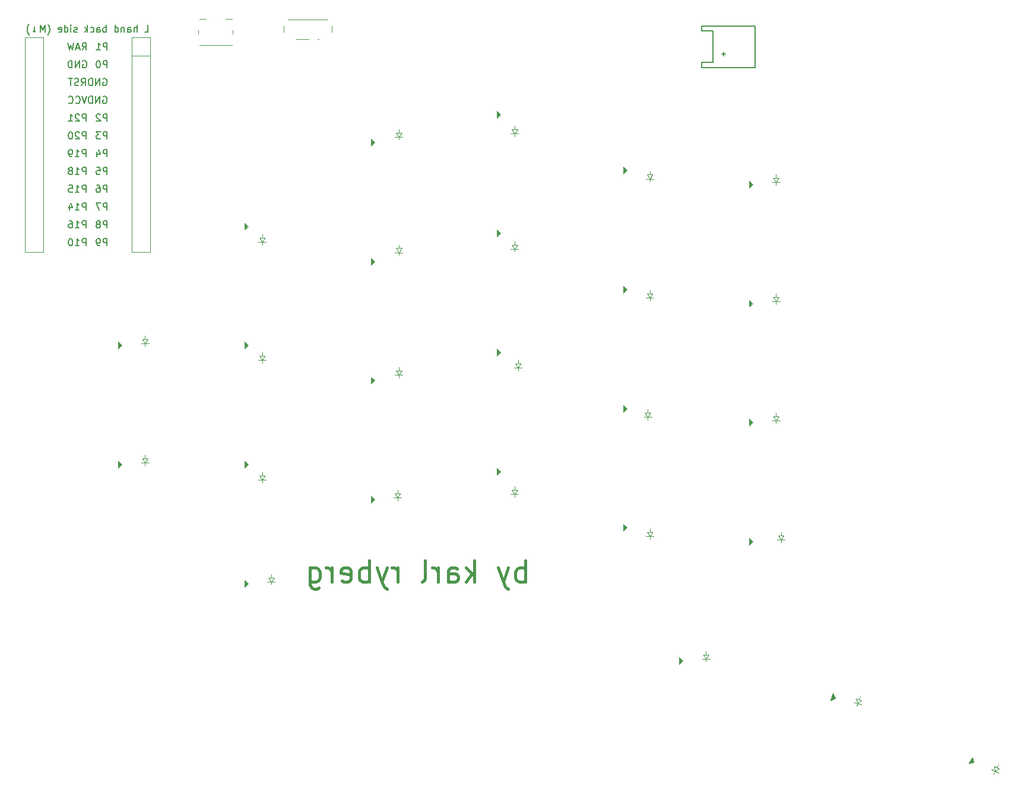
<source format=gbr>
%TF.GenerationSoftware,KiCad,Pcbnew,9.0.6*%
%TF.CreationDate,2025-11-21T16:08:54+01:00*%
%TF.ProjectId,main_pcb,6d61696e-5f70-4636-922e-6b696361645f,v1.0.0*%
%TF.SameCoordinates,Original*%
%TF.FileFunction,Legend,Bot*%
%TF.FilePolarity,Positive*%
%FSLAX46Y46*%
G04 Gerber Fmt 4.6, Leading zero omitted, Abs format (unit mm)*
G04 Created by KiCad (PCBNEW 9.0.6) date 2025-11-21 16:08:54*
%MOMM*%
%LPD*%
G01*
G04 APERTURE LIST*
%ADD10C,0.400000*%
%ADD11C,0.150000*%
%ADD12C,0.120000*%
%ADD13C,0.100000*%
G04 APERTURE END LIST*
D10*
X144022557Y-153867057D02*
X144022557Y-150867057D01*
X144022557Y-152009914D02*
X143736843Y-151867057D01*
X143736843Y-151867057D02*
X143165414Y-151867057D01*
X143165414Y-151867057D02*
X142879700Y-152009914D01*
X142879700Y-152009914D02*
X142736843Y-152152771D01*
X142736843Y-152152771D02*
X142593985Y-152438485D01*
X142593985Y-152438485D02*
X142593985Y-153295628D01*
X142593985Y-153295628D02*
X142736843Y-153581342D01*
X142736843Y-153581342D02*
X142879700Y-153724200D01*
X142879700Y-153724200D02*
X143165414Y-153867057D01*
X143165414Y-153867057D02*
X143736843Y-153867057D01*
X143736843Y-153867057D02*
X144022557Y-153724200D01*
X141593985Y-151867057D02*
X140879699Y-153867057D01*
X140165414Y-151867057D02*
X140879699Y-153867057D01*
X140879699Y-153867057D02*
X141165414Y-154581342D01*
X141165414Y-154581342D02*
X141308271Y-154724200D01*
X141308271Y-154724200D02*
X141593985Y-154867057D01*
X136736843Y-153867057D02*
X136736843Y-150867057D01*
X136451129Y-152724200D02*
X135593986Y-153867057D01*
X135593986Y-151867057D02*
X136736843Y-153009914D01*
X133022558Y-153867057D02*
X133022558Y-152295628D01*
X133022558Y-152295628D02*
X133165415Y-152009914D01*
X133165415Y-152009914D02*
X133451129Y-151867057D01*
X133451129Y-151867057D02*
X134022558Y-151867057D01*
X134022558Y-151867057D02*
X134308272Y-152009914D01*
X133022558Y-153724200D02*
X133308272Y-153867057D01*
X133308272Y-153867057D02*
X134022558Y-153867057D01*
X134022558Y-153867057D02*
X134308272Y-153724200D01*
X134308272Y-153724200D02*
X134451129Y-153438485D01*
X134451129Y-153438485D02*
X134451129Y-153152771D01*
X134451129Y-153152771D02*
X134308272Y-152867057D01*
X134308272Y-152867057D02*
X134022558Y-152724200D01*
X134022558Y-152724200D02*
X133308272Y-152724200D01*
X133308272Y-152724200D02*
X133022558Y-152581342D01*
X131593986Y-153867057D02*
X131593986Y-151867057D01*
X131593986Y-152438485D02*
X131451129Y-152152771D01*
X131451129Y-152152771D02*
X131308272Y-152009914D01*
X131308272Y-152009914D02*
X131022557Y-151867057D01*
X131022557Y-151867057D02*
X130736843Y-151867057D01*
X129308271Y-153867057D02*
X129593986Y-153724200D01*
X129593986Y-153724200D02*
X129736843Y-153438485D01*
X129736843Y-153438485D02*
X129736843Y-150867057D01*
X125879700Y-153867057D02*
X125879700Y-151867057D01*
X125879700Y-152438485D02*
X125736843Y-152152771D01*
X125736843Y-152152771D02*
X125593986Y-152009914D01*
X125593986Y-152009914D02*
X125308271Y-151867057D01*
X125308271Y-151867057D02*
X125022557Y-151867057D01*
X124308271Y-151867057D02*
X123593985Y-153867057D01*
X122879700Y-151867057D02*
X123593985Y-153867057D01*
X123593985Y-153867057D02*
X123879700Y-154581342D01*
X123879700Y-154581342D02*
X124022557Y-154724200D01*
X124022557Y-154724200D02*
X124308271Y-154867057D01*
X121736843Y-153867057D02*
X121736843Y-150867057D01*
X121736843Y-152009914D02*
X121451129Y-151867057D01*
X121451129Y-151867057D02*
X120879700Y-151867057D01*
X120879700Y-151867057D02*
X120593986Y-152009914D01*
X120593986Y-152009914D02*
X120451129Y-152152771D01*
X120451129Y-152152771D02*
X120308271Y-152438485D01*
X120308271Y-152438485D02*
X120308271Y-153295628D01*
X120308271Y-153295628D02*
X120451129Y-153581342D01*
X120451129Y-153581342D02*
X120593986Y-153724200D01*
X120593986Y-153724200D02*
X120879700Y-153867057D01*
X120879700Y-153867057D02*
X121451129Y-153867057D01*
X121451129Y-153867057D02*
X121736843Y-153724200D01*
X117879700Y-153724200D02*
X118165414Y-153867057D01*
X118165414Y-153867057D02*
X118736843Y-153867057D01*
X118736843Y-153867057D02*
X119022557Y-153724200D01*
X119022557Y-153724200D02*
X119165414Y-153438485D01*
X119165414Y-153438485D02*
X119165414Y-152295628D01*
X119165414Y-152295628D02*
X119022557Y-152009914D01*
X119022557Y-152009914D02*
X118736843Y-151867057D01*
X118736843Y-151867057D02*
X118165414Y-151867057D01*
X118165414Y-151867057D02*
X117879700Y-152009914D01*
X117879700Y-152009914D02*
X117736843Y-152295628D01*
X117736843Y-152295628D02*
X117736843Y-152581342D01*
X117736843Y-152581342D02*
X119165414Y-152867057D01*
X116451128Y-153867057D02*
X116451128Y-151867057D01*
X116451128Y-152438485D02*
X116308271Y-152152771D01*
X116308271Y-152152771D02*
X116165414Y-152009914D01*
X116165414Y-152009914D02*
X115879699Y-151867057D01*
X115879699Y-151867057D02*
X115593985Y-151867057D01*
X113308271Y-151867057D02*
X113308271Y-154295628D01*
X113308271Y-154295628D02*
X113451128Y-154581342D01*
X113451128Y-154581342D02*
X113593985Y-154724200D01*
X113593985Y-154724200D02*
X113879699Y-154867057D01*
X113879699Y-154867057D02*
X114308271Y-154867057D01*
X114308271Y-154867057D02*
X114593985Y-154724200D01*
X113308271Y-153724200D02*
X113593985Y-153867057D01*
X113593985Y-153867057D02*
X114165413Y-153867057D01*
X114165413Y-153867057D02*
X114451128Y-153724200D01*
X114451128Y-153724200D02*
X114593985Y-153581342D01*
X114593985Y-153581342D02*
X114736842Y-153295628D01*
X114736842Y-153295628D02*
X114736842Y-152438485D01*
X114736842Y-152438485D02*
X114593985Y-152152771D01*
X114593985Y-152152771D02*
X114451128Y-152009914D01*
X114451128Y-152009914D02*
X114165413Y-151867057D01*
X114165413Y-151867057D02*
X113593985Y-151867057D01*
X113593985Y-151867057D02*
X113308271Y-152009914D01*
D11*
X81364285Y-90654819D02*
X81364285Y-89654819D01*
X81364285Y-89654819D02*
X80983333Y-89654819D01*
X80983333Y-89654819D02*
X80888095Y-89702438D01*
X80888095Y-89702438D02*
X80840476Y-89750057D01*
X80840476Y-89750057D02*
X80792857Y-89845295D01*
X80792857Y-89845295D02*
X80792857Y-89988152D01*
X80792857Y-89988152D02*
X80840476Y-90083390D01*
X80840476Y-90083390D02*
X80888095Y-90131009D01*
X80888095Y-90131009D02*
X80983333Y-90178628D01*
X80983333Y-90178628D02*
X81364285Y-90178628D01*
X80411904Y-89750057D02*
X80364285Y-89702438D01*
X80364285Y-89702438D02*
X80269047Y-89654819D01*
X80269047Y-89654819D02*
X80030952Y-89654819D01*
X80030952Y-89654819D02*
X79935714Y-89702438D01*
X79935714Y-89702438D02*
X79888095Y-89750057D01*
X79888095Y-89750057D02*
X79840476Y-89845295D01*
X79840476Y-89845295D02*
X79840476Y-89940533D01*
X79840476Y-89940533D02*
X79888095Y-90083390D01*
X79888095Y-90083390D02*
X80459523Y-90654819D01*
X80459523Y-90654819D02*
X79840476Y-90654819D01*
X79221428Y-89654819D02*
X79126190Y-89654819D01*
X79126190Y-89654819D02*
X79030952Y-89702438D01*
X79030952Y-89702438D02*
X78983333Y-89750057D01*
X78983333Y-89750057D02*
X78935714Y-89845295D01*
X78935714Y-89845295D02*
X78888095Y-90035771D01*
X78888095Y-90035771D02*
X78888095Y-90273866D01*
X78888095Y-90273866D02*
X78935714Y-90464342D01*
X78935714Y-90464342D02*
X78983333Y-90559580D01*
X78983333Y-90559580D02*
X79030952Y-90607200D01*
X79030952Y-90607200D02*
X79126190Y-90654819D01*
X79126190Y-90654819D02*
X79221428Y-90654819D01*
X79221428Y-90654819D02*
X79316666Y-90607200D01*
X79316666Y-90607200D02*
X79364285Y-90559580D01*
X79364285Y-90559580D02*
X79411904Y-90464342D01*
X79411904Y-90464342D02*
X79459523Y-90273866D01*
X79459523Y-90273866D02*
X79459523Y-90035771D01*
X79459523Y-90035771D02*
X79411904Y-89845295D01*
X79411904Y-89845295D02*
X79364285Y-89750057D01*
X79364285Y-89750057D02*
X79316666Y-89702438D01*
X79316666Y-89702438D02*
X79221428Y-89654819D01*
X80911904Y-79542438D02*
X81007142Y-79494819D01*
X81007142Y-79494819D02*
X81149999Y-79494819D01*
X81149999Y-79494819D02*
X81292856Y-79542438D01*
X81292856Y-79542438D02*
X81388094Y-79637676D01*
X81388094Y-79637676D02*
X81435713Y-79732914D01*
X81435713Y-79732914D02*
X81483332Y-79923390D01*
X81483332Y-79923390D02*
X81483332Y-80066247D01*
X81483332Y-80066247D02*
X81435713Y-80256723D01*
X81435713Y-80256723D02*
X81388094Y-80351961D01*
X81388094Y-80351961D02*
X81292856Y-80447200D01*
X81292856Y-80447200D02*
X81149999Y-80494819D01*
X81149999Y-80494819D02*
X81054761Y-80494819D01*
X81054761Y-80494819D02*
X80911904Y-80447200D01*
X80911904Y-80447200D02*
X80864285Y-80399580D01*
X80864285Y-80399580D02*
X80864285Y-80066247D01*
X80864285Y-80066247D02*
X81054761Y-80066247D01*
X80435713Y-80494819D02*
X80435713Y-79494819D01*
X80435713Y-79494819D02*
X79864285Y-80494819D01*
X79864285Y-80494819D02*
X79864285Y-79494819D01*
X79388094Y-80494819D02*
X79388094Y-79494819D01*
X79388094Y-79494819D02*
X79149999Y-79494819D01*
X79149999Y-79494819D02*
X79007142Y-79542438D01*
X79007142Y-79542438D02*
X78911904Y-79637676D01*
X78911904Y-79637676D02*
X78864285Y-79732914D01*
X78864285Y-79732914D02*
X78816666Y-79923390D01*
X78816666Y-79923390D02*
X78816666Y-80066247D01*
X78816666Y-80066247D02*
X78864285Y-80256723D01*
X78864285Y-80256723D02*
X78911904Y-80351961D01*
X78911904Y-80351961D02*
X79007142Y-80447200D01*
X79007142Y-80447200D02*
X79149999Y-80494819D01*
X79149999Y-80494819D02*
X79388094Y-80494819D01*
X84378094Y-100814819D02*
X84378094Y-99814819D01*
X84378094Y-99814819D02*
X83997142Y-99814819D01*
X83997142Y-99814819D02*
X83901904Y-99862438D01*
X83901904Y-99862438D02*
X83854285Y-99910057D01*
X83854285Y-99910057D02*
X83806666Y-100005295D01*
X83806666Y-100005295D02*
X83806666Y-100148152D01*
X83806666Y-100148152D02*
X83854285Y-100243390D01*
X83854285Y-100243390D02*
X83901904Y-100291009D01*
X83901904Y-100291009D02*
X83997142Y-100338628D01*
X83997142Y-100338628D02*
X84378094Y-100338628D01*
X83473332Y-99814819D02*
X82806666Y-99814819D01*
X82806666Y-99814819D02*
X83235237Y-100814819D01*
X84378094Y-105894819D02*
X84378094Y-104894819D01*
X84378094Y-104894819D02*
X83997142Y-104894819D01*
X83997142Y-104894819D02*
X83901904Y-104942438D01*
X83901904Y-104942438D02*
X83854285Y-104990057D01*
X83854285Y-104990057D02*
X83806666Y-105085295D01*
X83806666Y-105085295D02*
X83806666Y-105228152D01*
X83806666Y-105228152D02*
X83854285Y-105323390D01*
X83854285Y-105323390D02*
X83901904Y-105371009D01*
X83901904Y-105371009D02*
X83997142Y-105418628D01*
X83997142Y-105418628D02*
X84378094Y-105418628D01*
X83330475Y-105894819D02*
X83139999Y-105894819D01*
X83139999Y-105894819D02*
X83044761Y-105847200D01*
X83044761Y-105847200D02*
X82997142Y-105799580D01*
X82997142Y-105799580D02*
X82901904Y-105656723D01*
X82901904Y-105656723D02*
X82854285Y-105466247D01*
X82854285Y-105466247D02*
X82854285Y-105085295D01*
X82854285Y-105085295D02*
X82901904Y-104990057D01*
X82901904Y-104990057D02*
X82949523Y-104942438D01*
X82949523Y-104942438D02*
X83044761Y-104894819D01*
X83044761Y-104894819D02*
X83235237Y-104894819D01*
X83235237Y-104894819D02*
X83330475Y-104942438D01*
X83330475Y-104942438D02*
X83378094Y-104990057D01*
X83378094Y-104990057D02*
X83425713Y-105085295D01*
X83425713Y-105085295D02*
X83425713Y-105323390D01*
X83425713Y-105323390D02*
X83378094Y-105418628D01*
X83378094Y-105418628D02*
X83330475Y-105466247D01*
X83330475Y-105466247D02*
X83235237Y-105513866D01*
X83235237Y-105513866D02*
X83044761Y-105513866D01*
X83044761Y-105513866D02*
X82949523Y-105466247D01*
X82949523Y-105466247D02*
X82901904Y-105418628D01*
X82901904Y-105418628D02*
X82854285Y-105323390D01*
X81364285Y-88114819D02*
X81364285Y-87114819D01*
X81364285Y-87114819D02*
X80983333Y-87114819D01*
X80983333Y-87114819D02*
X80888095Y-87162438D01*
X80888095Y-87162438D02*
X80840476Y-87210057D01*
X80840476Y-87210057D02*
X80792857Y-87305295D01*
X80792857Y-87305295D02*
X80792857Y-87448152D01*
X80792857Y-87448152D02*
X80840476Y-87543390D01*
X80840476Y-87543390D02*
X80888095Y-87591009D01*
X80888095Y-87591009D02*
X80983333Y-87638628D01*
X80983333Y-87638628D02*
X81364285Y-87638628D01*
X80411904Y-87210057D02*
X80364285Y-87162438D01*
X80364285Y-87162438D02*
X80269047Y-87114819D01*
X80269047Y-87114819D02*
X80030952Y-87114819D01*
X80030952Y-87114819D02*
X79935714Y-87162438D01*
X79935714Y-87162438D02*
X79888095Y-87210057D01*
X79888095Y-87210057D02*
X79840476Y-87305295D01*
X79840476Y-87305295D02*
X79840476Y-87400533D01*
X79840476Y-87400533D02*
X79888095Y-87543390D01*
X79888095Y-87543390D02*
X80459523Y-88114819D01*
X80459523Y-88114819D02*
X79840476Y-88114819D01*
X78888095Y-88114819D02*
X79459523Y-88114819D01*
X79173809Y-88114819D02*
X79173809Y-87114819D01*
X79173809Y-87114819D02*
X79269047Y-87257676D01*
X79269047Y-87257676D02*
X79364285Y-87352914D01*
X79364285Y-87352914D02*
X79459523Y-87400533D01*
X81364285Y-95734819D02*
X81364285Y-94734819D01*
X81364285Y-94734819D02*
X80983333Y-94734819D01*
X80983333Y-94734819D02*
X80888095Y-94782438D01*
X80888095Y-94782438D02*
X80840476Y-94830057D01*
X80840476Y-94830057D02*
X80792857Y-94925295D01*
X80792857Y-94925295D02*
X80792857Y-95068152D01*
X80792857Y-95068152D02*
X80840476Y-95163390D01*
X80840476Y-95163390D02*
X80888095Y-95211009D01*
X80888095Y-95211009D02*
X80983333Y-95258628D01*
X80983333Y-95258628D02*
X81364285Y-95258628D01*
X79840476Y-95734819D02*
X80411904Y-95734819D01*
X80126190Y-95734819D02*
X80126190Y-94734819D01*
X80126190Y-94734819D02*
X80221428Y-94877676D01*
X80221428Y-94877676D02*
X80316666Y-94972914D01*
X80316666Y-94972914D02*
X80411904Y-95020533D01*
X79269047Y-95163390D02*
X79364285Y-95115771D01*
X79364285Y-95115771D02*
X79411904Y-95068152D01*
X79411904Y-95068152D02*
X79459523Y-94972914D01*
X79459523Y-94972914D02*
X79459523Y-94925295D01*
X79459523Y-94925295D02*
X79411904Y-94830057D01*
X79411904Y-94830057D02*
X79364285Y-94782438D01*
X79364285Y-94782438D02*
X79269047Y-94734819D01*
X79269047Y-94734819D02*
X79078571Y-94734819D01*
X79078571Y-94734819D02*
X78983333Y-94782438D01*
X78983333Y-94782438D02*
X78935714Y-94830057D01*
X78935714Y-94830057D02*
X78888095Y-94925295D01*
X78888095Y-94925295D02*
X78888095Y-94972914D01*
X78888095Y-94972914D02*
X78935714Y-95068152D01*
X78935714Y-95068152D02*
X78983333Y-95115771D01*
X78983333Y-95115771D02*
X79078571Y-95163390D01*
X79078571Y-95163390D02*
X79269047Y-95163390D01*
X79269047Y-95163390D02*
X79364285Y-95211009D01*
X79364285Y-95211009D02*
X79411904Y-95258628D01*
X79411904Y-95258628D02*
X79459523Y-95353866D01*
X79459523Y-95353866D02*
X79459523Y-95544342D01*
X79459523Y-95544342D02*
X79411904Y-95639580D01*
X79411904Y-95639580D02*
X79364285Y-95687200D01*
X79364285Y-95687200D02*
X79269047Y-95734819D01*
X79269047Y-95734819D02*
X79078571Y-95734819D01*
X79078571Y-95734819D02*
X78983333Y-95687200D01*
X78983333Y-95687200D02*
X78935714Y-95639580D01*
X78935714Y-95639580D02*
X78888095Y-95544342D01*
X78888095Y-95544342D02*
X78888095Y-95353866D01*
X78888095Y-95353866D02*
X78935714Y-95258628D01*
X78935714Y-95258628D02*
X78983333Y-95211009D01*
X78983333Y-95211009D02*
X79078571Y-95163390D01*
X83811904Y-84622438D02*
X83907142Y-84574819D01*
X83907142Y-84574819D02*
X84049999Y-84574819D01*
X84049999Y-84574819D02*
X84192856Y-84622438D01*
X84192856Y-84622438D02*
X84288094Y-84717676D01*
X84288094Y-84717676D02*
X84335713Y-84812914D01*
X84335713Y-84812914D02*
X84383332Y-85003390D01*
X84383332Y-85003390D02*
X84383332Y-85146247D01*
X84383332Y-85146247D02*
X84335713Y-85336723D01*
X84335713Y-85336723D02*
X84288094Y-85431961D01*
X84288094Y-85431961D02*
X84192856Y-85527200D01*
X84192856Y-85527200D02*
X84049999Y-85574819D01*
X84049999Y-85574819D02*
X83954761Y-85574819D01*
X83954761Y-85574819D02*
X83811904Y-85527200D01*
X83811904Y-85527200D02*
X83764285Y-85479580D01*
X83764285Y-85479580D02*
X83764285Y-85146247D01*
X83764285Y-85146247D02*
X83954761Y-85146247D01*
X83335713Y-85574819D02*
X83335713Y-84574819D01*
X83335713Y-84574819D02*
X82764285Y-85574819D01*
X82764285Y-85574819D02*
X82764285Y-84574819D01*
X82288094Y-85574819D02*
X82288094Y-84574819D01*
X82288094Y-84574819D02*
X82049999Y-84574819D01*
X82049999Y-84574819D02*
X81907142Y-84622438D01*
X81907142Y-84622438D02*
X81811904Y-84717676D01*
X81811904Y-84717676D02*
X81764285Y-84812914D01*
X81764285Y-84812914D02*
X81716666Y-85003390D01*
X81716666Y-85003390D02*
X81716666Y-85146247D01*
X81716666Y-85146247D02*
X81764285Y-85336723D01*
X81764285Y-85336723D02*
X81811904Y-85431961D01*
X81811904Y-85431961D02*
X81907142Y-85527200D01*
X81907142Y-85527200D02*
X82049999Y-85574819D01*
X82049999Y-85574819D02*
X82288094Y-85574819D01*
X81364285Y-98274819D02*
X81364285Y-97274819D01*
X81364285Y-97274819D02*
X80983333Y-97274819D01*
X80983333Y-97274819D02*
X80888095Y-97322438D01*
X80888095Y-97322438D02*
X80840476Y-97370057D01*
X80840476Y-97370057D02*
X80792857Y-97465295D01*
X80792857Y-97465295D02*
X80792857Y-97608152D01*
X80792857Y-97608152D02*
X80840476Y-97703390D01*
X80840476Y-97703390D02*
X80888095Y-97751009D01*
X80888095Y-97751009D02*
X80983333Y-97798628D01*
X80983333Y-97798628D02*
X81364285Y-97798628D01*
X79840476Y-98274819D02*
X80411904Y-98274819D01*
X80126190Y-98274819D02*
X80126190Y-97274819D01*
X80126190Y-97274819D02*
X80221428Y-97417676D01*
X80221428Y-97417676D02*
X80316666Y-97512914D01*
X80316666Y-97512914D02*
X80411904Y-97560533D01*
X78935714Y-97274819D02*
X79411904Y-97274819D01*
X79411904Y-97274819D02*
X79459523Y-97751009D01*
X79459523Y-97751009D02*
X79411904Y-97703390D01*
X79411904Y-97703390D02*
X79316666Y-97655771D01*
X79316666Y-97655771D02*
X79078571Y-97655771D01*
X79078571Y-97655771D02*
X78983333Y-97703390D01*
X78983333Y-97703390D02*
X78935714Y-97751009D01*
X78935714Y-97751009D02*
X78888095Y-97846247D01*
X78888095Y-97846247D02*
X78888095Y-98084342D01*
X78888095Y-98084342D02*
X78935714Y-98179580D01*
X78935714Y-98179580D02*
X78983333Y-98227200D01*
X78983333Y-98227200D02*
X79078571Y-98274819D01*
X79078571Y-98274819D02*
X79316666Y-98274819D01*
X79316666Y-98274819D02*
X79411904Y-98227200D01*
X79411904Y-98227200D02*
X79459523Y-98179580D01*
X89742858Y-75409819D02*
X90219048Y-75409819D01*
X90219048Y-75409819D02*
X90219048Y-74409819D01*
X88647619Y-75409819D02*
X88647619Y-74409819D01*
X88219048Y-75409819D02*
X88219048Y-74886009D01*
X88219048Y-74886009D02*
X88266667Y-74790771D01*
X88266667Y-74790771D02*
X88361905Y-74743152D01*
X88361905Y-74743152D02*
X88504762Y-74743152D01*
X88504762Y-74743152D02*
X88600000Y-74790771D01*
X88600000Y-74790771D02*
X88647619Y-74838390D01*
X87314286Y-75409819D02*
X87314286Y-74886009D01*
X87314286Y-74886009D02*
X87361905Y-74790771D01*
X87361905Y-74790771D02*
X87457143Y-74743152D01*
X87457143Y-74743152D02*
X87647619Y-74743152D01*
X87647619Y-74743152D02*
X87742857Y-74790771D01*
X87314286Y-75362200D02*
X87409524Y-75409819D01*
X87409524Y-75409819D02*
X87647619Y-75409819D01*
X87647619Y-75409819D02*
X87742857Y-75362200D01*
X87742857Y-75362200D02*
X87790476Y-75266961D01*
X87790476Y-75266961D02*
X87790476Y-75171723D01*
X87790476Y-75171723D02*
X87742857Y-75076485D01*
X87742857Y-75076485D02*
X87647619Y-75028866D01*
X87647619Y-75028866D02*
X87409524Y-75028866D01*
X87409524Y-75028866D02*
X87314286Y-74981247D01*
X86838095Y-74743152D02*
X86838095Y-75409819D01*
X86838095Y-74838390D02*
X86790476Y-74790771D01*
X86790476Y-74790771D02*
X86695238Y-74743152D01*
X86695238Y-74743152D02*
X86552381Y-74743152D01*
X86552381Y-74743152D02*
X86457143Y-74790771D01*
X86457143Y-74790771D02*
X86409524Y-74886009D01*
X86409524Y-74886009D02*
X86409524Y-75409819D01*
X85504762Y-75409819D02*
X85504762Y-74409819D01*
X85504762Y-75362200D02*
X85600000Y-75409819D01*
X85600000Y-75409819D02*
X85790476Y-75409819D01*
X85790476Y-75409819D02*
X85885714Y-75362200D01*
X85885714Y-75362200D02*
X85933333Y-75314580D01*
X85933333Y-75314580D02*
X85980952Y-75219342D01*
X85980952Y-75219342D02*
X85980952Y-74933628D01*
X85980952Y-74933628D02*
X85933333Y-74838390D01*
X85933333Y-74838390D02*
X85885714Y-74790771D01*
X85885714Y-74790771D02*
X85790476Y-74743152D01*
X85790476Y-74743152D02*
X85600000Y-74743152D01*
X85600000Y-74743152D02*
X85504762Y-74790771D01*
X84266666Y-75409819D02*
X84266666Y-74409819D01*
X84266666Y-74790771D02*
X84171428Y-74743152D01*
X84171428Y-74743152D02*
X83980952Y-74743152D01*
X83980952Y-74743152D02*
X83885714Y-74790771D01*
X83885714Y-74790771D02*
X83838095Y-74838390D01*
X83838095Y-74838390D02*
X83790476Y-74933628D01*
X83790476Y-74933628D02*
X83790476Y-75219342D01*
X83790476Y-75219342D02*
X83838095Y-75314580D01*
X83838095Y-75314580D02*
X83885714Y-75362200D01*
X83885714Y-75362200D02*
X83980952Y-75409819D01*
X83980952Y-75409819D02*
X84171428Y-75409819D01*
X84171428Y-75409819D02*
X84266666Y-75362200D01*
X82933333Y-75409819D02*
X82933333Y-74886009D01*
X82933333Y-74886009D02*
X82980952Y-74790771D01*
X82980952Y-74790771D02*
X83076190Y-74743152D01*
X83076190Y-74743152D02*
X83266666Y-74743152D01*
X83266666Y-74743152D02*
X83361904Y-74790771D01*
X82933333Y-75362200D02*
X83028571Y-75409819D01*
X83028571Y-75409819D02*
X83266666Y-75409819D01*
X83266666Y-75409819D02*
X83361904Y-75362200D01*
X83361904Y-75362200D02*
X83409523Y-75266961D01*
X83409523Y-75266961D02*
X83409523Y-75171723D01*
X83409523Y-75171723D02*
X83361904Y-75076485D01*
X83361904Y-75076485D02*
X83266666Y-75028866D01*
X83266666Y-75028866D02*
X83028571Y-75028866D01*
X83028571Y-75028866D02*
X82933333Y-74981247D01*
X82028571Y-75362200D02*
X82123809Y-75409819D01*
X82123809Y-75409819D02*
X82314285Y-75409819D01*
X82314285Y-75409819D02*
X82409523Y-75362200D01*
X82409523Y-75362200D02*
X82457142Y-75314580D01*
X82457142Y-75314580D02*
X82504761Y-75219342D01*
X82504761Y-75219342D02*
X82504761Y-74933628D01*
X82504761Y-74933628D02*
X82457142Y-74838390D01*
X82457142Y-74838390D02*
X82409523Y-74790771D01*
X82409523Y-74790771D02*
X82314285Y-74743152D01*
X82314285Y-74743152D02*
X82123809Y-74743152D01*
X82123809Y-74743152D02*
X82028571Y-74790771D01*
X81599999Y-75409819D02*
X81599999Y-74409819D01*
X81504761Y-75028866D02*
X81219047Y-75409819D01*
X81219047Y-74743152D02*
X81599999Y-75124104D01*
X80076189Y-75362200D02*
X79980951Y-75409819D01*
X79980951Y-75409819D02*
X79790475Y-75409819D01*
X79790475Y-75409819D02*
X79695237Y-75362200D01*
X79695237Y-75362200D02*
X79647618Y-75266961D01*
X79647618Y-75266961D02*
X79647618Y-75219342D01*
X79647618Y-75219342D02*
X79695237Y-75124104D01*
X79695237Y-75124104D02*
X79790475Y-75076485D01*
X79790475Y-75076485D02*
X79933332Y-75076485D01*
X79933332Y-75076485D02*
X80028570Y-75028866D01*
X80028570Y-75028866D02*
X80076189Y-74933628D01*
X80076189Y-74933628D02*
X80076189Y-74886009D01*
X80076189Y-74886009D02*
X80028570Y-74790771D01*
X80028570Y-74790771D02*
X79933332Y-74743152D01*
X79933332Y-74743152D02*
X79790475Y-74743152D01*
X79790475Y-74743152D02*
X79695237Y-74790771D01*
X79219046Y-75409819D02*
X79219046Y-74743152D01*
X79219046Y-74409819D02*
X79266665Y-74457438D01*
X79266665Y-74457438D02*
X79219046Y-74505057D01*
X79219046Y-74505057D02*
X79171427Y-74457438D01*
X79171427Y-74457438D02*
X79219046Y-74409819D01*
X79219046Y-74409819D02*
X79219046Y-74505057D01*
X78314285Y-75409819D02*
X78314285Y-74409819D01*
X78314285Y-75362200D02*
X78409523Y-75409819D01*
X78409523Y-75409819D02*
X78599999Y-75409819D01*
X78599999Y-75409819D02*
X78695237Y-75362200D01*
X78695237Y-75362200D02*
X78742856Y-75314580D01*
X78742856Y-75314580D02*
X78790475Y-75219342D01*
X78790475Y-75219342D02*
X78790475Y-74933628D01*
X78790475Y-74933628D02*
X78742856Y-74838390D01*
X78742856Y-74838390D02*
X78695237Y-74790771D01*
X78695237Y-74790771D02*
X78599999Y-74743152D01*
X78599999Y-74743152D02*
X78409523Y-74743152D01*
X78409523Y-74743152D02*
X78314285Y-74790771D01*
X77457142Y-75362200D02*
X77552380Y-75409819D01*
X77552380Y-75409819D02*
X77742856Y-75409819D01*
X77742856Y-75409819D02*
X77838094Y-75362200D01*
X77838094Y-75362200D02*
X77885713Y-75266961D01*
X77885713Y-75266961D02*
X77885713Y-74886009D01*
X77885713Y-74886009D02*
X77838094Y-74790771D01*
X77838094Y-74790771D02*
X77742856Y-74743152D01*
X77742856Y-74743152D02*
X77552380Y-74743152D01*
X77552380Y-74743152D02*
X77457142Y-74790771D01*
X77457142Y-74790771D02*
X77409523Y-74886009D01*
X77409523Y-74886009D02*
X77409523Y-74981247D01*
X77409523Y-74981247D02*
X77885713Y-75076485D01*
X75933332Y-75790771D02*
X75980951Y-75743152D01*
X75980951Y-75743152D02*
X76076189Y-75600295D01*
X76076189Y-75600295D02*
X76123808Y-75505057D01*
X76123808Y-75505057D02*
X76171427Y-75362200D01*
X76171427Y-75362200D02*
X76219046Y-75124104D01*
X76219046Y-75124104D02*
X76219046Y-74933628D01*
X76219046Y-74933628D02*
X76171427Y-74695533D01*
X76171427Y-74695533D02*
X76123808Y-74552676D01*
X76123808Y-74552676D02*
X76076189Y-74457438D01*
X76076189Y-74457438D02*
X75980951Y-74314580D01*
X75980951Y-74314580D02*
X75933332Y-74266961D01*
X75552379Y-75409819D02*
X75552379Y-74409819D01*
X75552379Y-74409819D02*
X75219046Y-75124104D01*
X75219046Y-75124104D02*
X74885713Y-74409819D01*
X74885713Y-74409819D02*
X74885713Y-75409819D01*
X74028570Y-74647914D02*
X74028570Y-75409819D01*
X73838094Y-75219342D02*
X74028570Y-75409819D01*
X74028570Y-75409819D02*
X74219046Y-75219342D01*
X73266665Y-75790771D02*
X73219046Y-75743152D01*
X73219046Y-75743152D02*
X73123808Y-75600295D01*
X73123808Y-75600295D02*
X73076189Y-75505057D01*
X73076189Y-75505057D02*
X73028570Y-75362200D01*
X73028570Y-75362200D02*
X72980951Y-75124104D01*
X72980951Y-75124104D02*
X72980951Y-74933628D01*
X72980951Y-74933628D02*
X73028570Y-74695533D01*
X73028570Y-74695533D02*
X73076189Y-74552676D01*
X73076189Y-74552676D02*
X73123808Y-74457438D01*
X73123808Y-74457438D02*
X73219046Y-74314580D01*
X73219046Y-74314580D02*
X73266665Y-74266961D01*
X84378094Y-93194819D02*
X84378094Y-92194819D01*
X84378094Y-92194819D02*
X83997142Y-92194819D01*
X83997142Y-92194819D02*
X83901904Y-92242438D01*
X83901904Y-92242438D02*
X83854285Y-92290057D01*
X83854285Y-92290057D02*
X83806666Y-92385295D01*
X83806666Y-92385295D02*
X83806666Y-92528152D01*
X83806666Y-92528152D02*
X83854285Y-92623390D01*
X83854285Y-92623390D02*
X83901904Y-92671009D01*
X83901904Y-92671009D02*
X83997142Y-92718628D01*
X83997142Y-92718628D02*
X84378094Y-92718628D01*
X82949523Y-92528152D02*
X82949523Y-93194819D01*
X83187618Y-92147200D02*
X83425713Y-92861485D01*
X83425713Y-92861485D02*
X82806666Y-92861485D01*
X81364285Y-105894819D02*
X81364285Y-104894819D01*
X81364285Y-104894819D02*
X80983333Y-104894819D01*
X80983333Y-104894819D02*
X80888095Y-104942438D01*
X80888095Y-104942438D02*
X80840476Y-104990057D01*
X80840476Y-104990057D02*
X80792857Y-105085295D01*
X80792857Y-105085295D02*
X80792857Y-105228152D01*
X80792857Y-105228152D02*
X80840476Y-105323390D01*
X80840476Y-105323390D02*
X80888095Y-105371009D01*
X80888095Y-105371009D02*
X80983333Y-105418628D01*
X80983333Y-105418628D02*
X81364285Y-105418628D01*
X79840476Y-105894819D02*
X80411904Y-105894819D01*
X80126190Y-105894819D02*
X80126190Y-104894819D01*
X80126190Y-104894819D02*
X80221428Y-105037676D01*
X80221428Y-105037676D02*
X80316666Y-105132914D01*
X80316666Y-105132914D02*
X80411904Y-105180533D01*
X79221428Y-104894819D02*
X79126190Y-104894819D01*
X79126190Y-104894819D02*
X79030952Y-104942438D01*
X79030952Y-104942438D02*
X78983333Y-104990057D01*
X78983333Y-104990057D02*
X78935714Y-105085295D01*
X78935714Y-105085295D02*
X78888095Y-105275771D01*
X78888095Y-105275771D02*
X78888095Y-105513866D01*
X78888095Y-105513866D02*
X78935714Y-105704342D01*
X78935714Y-105704342D02*
X78983333Y-105799580D01*
X78983333Y-105799580D02*
X79030952Y-105847200D01*
X79030952Y-105847200D02*
X79126190Y-105894819D01*
X79126190Y-105894819D02*
X79221428Y-105894819D01*
X79221428Y-105894819D02*
X79316666Y-105847200D01*
X79316666Y-105847200D02*
X79364285Y-105799580D01*
X79364285Y-105799580D02*
X79411904Y-105704342D01*
X79411904Y-105704342D02*
X79459523Y-105513866D01*
X79459523Y-105513866D02*
X79459523Y-105275771D01*
X79459523Y-105275771D02*
X79411904Y-105085295D01*
X79411904Y-105085295D02*
X79364285Y-104990057D01*
X79364285Y-104990057D02*
X79316666Y-104942438D01*
X79316666Y-104942438D02*
X79221428Y-104894819D01*
X83811904Y-82082438D02*
X83907142Y-82034819D01*
X83907142Y-82034819D02*
X84049999Y-82034819D01*
X84049999Y-82034819D02*
X84192856Y-82082438D01*
X84192856Y-82082438D02*
X84288094Y-82177676D01*
X84288094Y-82177676D02*
X84335713Y-82272914D01*
X84335713Y-82272914D02*
X84383332Y-82463390D01*
X84383332Y-82463390D02*
X84383332Y-82606247D01*
X84383332Y-82606247D02*
X84335713Y-82796723D01*
X84335713Y-82796723D02*
X84288094Y-82891961D01*
X84288094Y-82891961D02*
X84192856Y-82987200D01*
X84192856Y-82987200D02*
X84049999Y-83034819D01*
X84049999Y-83034819D02*
X83954761Y-83034819D01*
X83954761Y-83034819D02*
X83811904Y-82987200D01*
X83811904Y-82987200D02*
X83764285Y-82939580D01*
X83764285Y-82939580D02*
X83764285Y-82606247D01*
X83764285Y-82606247D02*
X83954761Y-82606247D01*
X83335713Y-83034819D02*
X83335713Y-82034819D01*
X83335713Y-82034819D02*
X82764285Y-83034819D01*
X82764285Y-83034819D02*
X82764285Y-82034819D01*
X82288094Y-83034819D02*
X82288094Y-82034819D01*
X82288094Y-82034819D02*
X82049999Y-82034819D01*
X82049999Y-82034819D02*
X81907142Y-82082438D01*
X81907142Y-82082438D02*
X81811904Y-82177676D01*
X81811904Y-82177676D02*
X81764285Y-82272914D01*
X81764285Y-82272914D02*
X81716666Y-82463390D01*
X81716666Y-82463390D02*
X81716666Y-82606247D01*
X81716666Y-82606247D02*
X81764285Y-82796723D01*
X81764285Y-82796723D02*
X81811904Y-82891961D01*
X81811904Y-82891961D02*
X81907142Y-82987200D01*
X81907142Y-82987200D02*
X82049999Y-83034819D01*
X82049999Y-83034819D02*
X82288094Y-83034819D01*
X81364285Y-93194819D02*
X81364285Y-92194819D01*
X81364285Y-92194819D02*
X80983333Y-92194819D01*
X80983333Y-92194819D02*
X80888095Y-92242438D01*
X80888095Y-92242438D02*
X80840476Y-92290057D01*
X80840476Y-92290057D02*
X80792857Y-92385295D01*
X80792857Y-92385295D02*
X80792857Y-92528152D01*
X80792857Y-92528152D02*
X80840476Y-92623390D01*
X80840476Y-92623390D02*
X80888095Y-92671009D01*
X80888095Y-92671009D02*
X80983333Y-92718628D01*
X80983333Y-92718628D02*
X81364285Y-92718628D01*
X79840476Y-93194819D02*
X80411904Y-93194819D01*
X80126190Y-93194819D02*
X80126190Y-92194819D01*
X80126190Y-92194819D02*
X80221428Y-92337676D01*
X80221428Y-92337676D02*
X80316666Y-92432914D01*
X80316666Y-92432914D02*
X80411904Y-92480533D01*
X79364285Y-93194819D02*
X79173809Y-93194819D01*
X79173809Y-93194819D02*
X79078571Y-93147200D01*
X79078571Y-93147200D02*
X79030952Y-93099580D01*
X79030952Y-93099580D02*
X78935714Y-92956723D01*
X78935714Y-92956723D02*
X78888095Y-92766247D01*
X78888095Y-92766247D02*
X78888095Y-92385295D01*
X78888095Y-92385295D02*
X78935714Y-92290057D01*
X78935714Y-92290057D02*
X78983333Y-92242438D01*
X78983333Y-92242438D02*
X79078571Y-92194819D01*
X79078571Y-92194819D02*
X79269047Y-92194819D01*
X79269047Y-92194819D02*
X79364285Y-92242438D01*
X79364285Y-92242438D02*
X79411904Y-92290057D01*
X79411904Y-92290057D02*
X79459523Y-92385295D01*
X79459523Y-92385295D02*
X79459523Y-92623390D01*
X79459523Y-92623390D02*
X79411904Y-92718628D01*
X79411904Y-92718628D02*
X79364285Y-92766247D01*
X79364285Y-92766247D02*
X79269047Y-92813866D01*
X79269047Y-92813866D02*
X79078571Y-92813866D01*
X79078571Y-92813866D02*
X78983333Y-92766247D01*
X78983333Y-92766247D02*
X78935714Y-92718628D01*
X78935714Y-92718628D02*
X78888095Y-92623390D01*
X80697619Y-83034819D02*
X81030952Y-82558628D01*
X81269047Y-83034819D02*
X81269047Y-82034819D01*
X81269047Y-82034819D02*
X80888095Y-82034819D01*
X80888095Y-82034819D02*
X80792857Y-82082438D01*
X80792857Y-82082438D02*
X80745238Y-82130057D01*
X80745238Y-82130057D02*
X80697619Y-82225295D01*
X80697619Y-82225295D02*
X80697619Y-82368152D01*
X80697619Y-82368152D02*
X80745238Y-82463390D01*
X80745238Y-82463390D02*
X80792857Y-82511009D01*
X80792857Y-82511009D02*
X80888095Y-82558628D01*
X80888095Y-82558628D02*
X81269047Y-82558628D01*
X80316666Y-82987200D02*
X80173809Y-83034819D01*
X80173809Y-83034819D02*
X79935714Y-83034819D01*
X79935714Y-83034819D02*
X79840476Y-82987200D01*
X79840476Y-82987200D02*
X79792857Y-82939580D01*
X79792857Y-82939580D02*
X79745238Y-82844342D01*
X79745238Y-82844342D02*
X79745238Y-82749104D01*
X79745238Y-82749104D02*
X79792857Y-82653866D01*
X79792857Y-82653866D02*
X79840476Y-82606247D01*
X79840476Y-82606247D02*
X79935714Y-82558628D01*
X79935714Y-82558628D02*
X80126190Y-82511009D01*
X80126190Y-82511009D02*
X80221428Y-82463390D01*
X80221428Y-82463390D02*
X80269047Y-82415771D01*
X80269047Y-82415771D02*
X80316666Y-82320533D01*
X80316666Y-82320533D02*
X80316666Y-82225295D01*
X80316666Y-82225295D02*
X80269047Y-82130057D01*
X80269047Y-82130057D02*
X80221428Y-82082438D01*
X80221428Y-82082438D02*
X80126190Y-82034819D01*
X80126190Y-82034819D02*
X79888095Y-82034819D01*
X79888095Y-82034819D02*
X79745238Y-82082438D01*
X79459523Y-82034819D02*
X78888095Y-82034819D01*
X79173809Y-83034819D02*
X79173809Y-82034819D01*
X81483332Y-84574819D02*
X81149999Y-85574819D01*
X81149999Y-85574819D02*
X80816666Y-84574819D01*
X79911904Y-85479580D02*
X79959523Y-85527200D01*
X79959523Y-85527200D02*
X80102380Y-85574819D01*
X80102380Y-85574819D02*
X80197618Y-85574819D01*
X80197618Y-85574819D02*
X80340475Y-85527200D01*
X80340475Y-85527200D02*
X80435713Y-85431961D01*
X80435713Y-85431961D02*
X80483332Y-85336723D01*
X80483332Y-85336723D02*
X80530951Y-85146247D01*
X80530951Y-85146247D02*
X80530951Y-85003390D01*
X80530951Y-85003390D02*
X80483332Y-84812914D01*
X80483332Y-84812914D02*
X80435713Y-84717676D01*
X80435713Y-84717676D02*
X80340475Y-84622438D01*
X80340475Y-84622438D02*
X80197618Y-84574819D01*
X80197618Y-84574819D02*
X80102380Y-84574819D01*
X80102380Y-84574819D02*
X79959523Y-84622438D01*
X79959523Y-84622438D02*
X79911904Y-84670057D01*
X78911904Y-85479580D02*
X78959523Y-85527200D01*
X78959523Y-85527200D02*
X79102380Y-85574819D01*
X79102380Y-85574819D02*
X79197618Y-85574819D01*
X79197618Y-85574819D02*
X79340475Y-85527200D01*
X79340475Y-85527200D02*
X79435713Y-85431961D01*
X79435713Y-85431961D02*
X79483332Y-85336723D01*
X79483332Y-85336723D02*
X79530951Y-85146247D01*
X79530951Y-85146247D02*
X79530951Y-85003390D01*
X79530951Y-85003390D02*
X79483332Y-84812914D01*
X79483332Y-84812914D02*
X79435713Y-84717676D01*
X79435713Y-84717676D02*
X79340475Y-84622438D01*
X79340475Y-84622438D02*
X79197618Y-84574819D01*
X79197618Y-84574819D02*
X79102380Y-84574819D01*
X79102380Y-84574819D02*
X78959523Y-84622438D01*
X78959523Y-84622438D02*
X78911904Y-84670057D01*
X81364285Y-100814819D02*
X81364285Y-99814819D01*
X81364285Y-99814819D02*
X80983333Y-99814819D01*
X80983333Y-99814819D02*
X80888095Y-99862438D01*
X80888095Y-99862438D02*
X80840476Y-99910057D01*
X80840476Y-99910057D02*
X80792857Y-100005295D01*
X80792857Y-100005295D02*
X80792857Y-100148152D01*
X80792857Y-100148152D02*
X80840476Y-100243390D01*
X80840476Y-100243390D02*
X80888095Y-100291009D01*
X80888095Y-100291009D02*
X80983333Y-100338628D01*
X80983333Y-100338628D02*
X81364285Y-100338628D01*
X79840476Y-100814819D02*
X80411904Y-100814819D01*
X80126190Y-100814819D02*
X80126190Y-99814819D01*
X80126190Y-99814819D02*
X80221428Y-99957676D01*
X80221428Y-99957676D02*
X80316666Y-100052914D01*
X80316666Y-100052914D02*
X80411904Y-100100533D01*
X78983333Y-100148152D02*
X78983333Y-100814819D01*
X79221428Y-99767200D02*
X79459523Y-100481485D01*
X79459523Y-100481485D02*
X78840476Y-100481485D01*
X84378094Y-88114819D02*
X84378094Y-87114819D01*
X84378094Y-87114819D02*
X83997142Y-87114819D01*
X83997142Y-87114819D02*
X83901904Y-87162438D01*
X83901904Y-87162438D02*
X83854285Y-87210057D01*
X83854285Y-87210057D02*
X83806666Y-87305295D01*
X83806666Y-87305295D02*
X83806666Y-87448152D01*
X83806666Y-87448152D02*
X83854285Y-87543390D01*
X83854285Y-87543390D02*
X83901904Y-87591009D01*
X83901904Y-87591009D02*
X83997142Y-87638628D01*
X83997142Y-87638628D02*
X84378094Y-87638628D01*
X83425713Y-87210057D02*
X83378094Y-87162438D01*
X83378094Y-87162438D02*
X83282856Y-87114819D01*
X83282856Y-87114819D02*
X83044761Y-87114819D01*
X83044761Y-87114819D02*
X82949523Y-87162438D01*
X82949523Y-87162438D02*
X82901904Y-87210057D01*
X82901904Y-87210057D02*
X82854285Y-87305295D01*
X82854285Y-87305295D02*
X82854285Y-87400533D01*
X82854285Y-87400533D02*
X82901904Y-87543390D01*
X82901904Y-87543390D02*
X83473332Y-88114819D01*
X83473332Y-88114819D02*
X82854285Y-88114819D01*
X84378094Y-98274819D02*
X84378094Y-97274819D01*
X84378094Y-97274819D02*
X83997142Y-97274819D01*
X83997142Y-97274819D02*
X83901904Y-97322438D01*
X83901904Y-97322438D02*
X83854285Y-97370057D01*
X83854285Y-97370057D02*
X83806666Y-97465295D01*
X83806666Y-97465295D02*
X83806666Y-97608152D01*
X83806666Y-97608152D02*
X83854285Y-97703390D01*
X83854285Y-97703390D02*
X83901904Y-97751009D01*
X83901904Y-97751009D02*
X83997142Y-97798628D01*
X83997142Y-97798628D02*
X84378094Y-97798628D01*
X82949523Y-97274819D02*
X83139999Y-97274819D01*
X83139999Y-97274819D02*
X83235237Y-97322438D01*
X83235237Y-97322438D02*
X83282856Y-97370057D01*
X83282856Y-97370057D02*
X83378094Y-97512914D01*
X83378094Y-97512914D02*
X83425713Y-97703390D01*
X83425713Y-97703390D02*
X83425713Y-98084342D01*
X83425713Y-98084342D02*
X83378094Y-98179580D01*
X83378094Y-98179580D02*
X83330475Y-98227200D01*
X83330475Y-98227200D02*
X83235237Y-98274819D01*
X83235237Y-98274819D02*
X83044761Y-98274819D01*
X83044761Y-98274819D02*
X82949523Y-98227200D01*
X82949523Y-98227200D02*
X82901904Y-98179580D01*
X82901904Y-98179580D02*
X82854285Y-98084342D01*
X82854285Y-98084342D02*
X82854285Y-97846247D01*
X82854285Y-97846247D02*
X82901904Y-97751009D01*
X82901904Y-97751009D02*
X82949523Y-97703390D01*
X82949523Y-97703390D02*
X83044761Y-97655771D01*
X83044761Y-97655771D02*
X83235237Y-97655771D01*
X83235237Y-97655771D02*
X83330475Y-97703390D01*
X83330475Y-97703390D02*
X83378094Y-97751009D01*
X83378094Y-97751009D02*
X83425713Y-97846247D01*
X84378094Y-77954819D02*
X84378094Y-76954819D01*
X84378094Y-76954819D02*
X83997142Y-76954819D01*
X83997142Y-76954819D02*
X83901904Y-77002438D01*
X83901904Y-77002438D02*
X83854285Y-77050057D01*
X83854285Y-77050057D02*
X83806666Y-77145295D01*
X83806666Y-77145295D02*
X83806666Y-77288152D01*
X83806666Y-77288152D02*
X83854285Y-77383390D01*
X83854285Y-77383390D02*
X83901904Y-77431009D01*
X83901904Y-77431009D02*
X83997142Y-77478628D01*
X83997142Y-77478628D02*
X84378094Y-77478628D01*
X82854285Y-77954819D02*
X83425713Y-77954819D01*
X83139999Y-77954819D02*
X83139999Y-76954819D01*
X83139999Y-76954819D02*
X83235237Y-77097676D01*
X83235237Y-77097676D02*
X83330475Y-77192914D01*
X83330475Y-77192914D02*
X83425713Y-77240533D01*
X84378094Y-90654819D02*
X84378094Y-89654819D01*
X84378094Y-89654819D02*
X83997142Y-89654819D01*
X83997142Y-89654819D02*
X83901904Y-89702438D01*
X83901904Y-89702438D02*
X83854285Y-89750057D01*
X83854285Y-89750057D02*
X83806666Y-89845295D01*
X83806666Y-89845295D02*
X83806666Y-89988152D01*
X83806666Y-89988152D02*
X83854285Y-90083390D01*
X83854285Y-90083390D02*
X83901904Y-90131009D01*
X83901904Y-90131009D02*
X83997142Y-90178628D01*
X83997142Y-90178628D02*
X84378094Y-90178628D01*
X83473332Y-89654819D02*
X82854285Y-89654819D01*
X82854285Y-89654819D02*
X83187618Y-90035771D01*
X83187618Y-90035771D02*
X83044761Y-90035771D01*
X83044761Y-90035771D02*
X82949523Y-90083390D01*
X82949523Y-90083390D02*
X82901904Y-90131009D01*
X82901904Y-90131009D02*
X82854285Y-90226247D01*
X82854285Y-90226247D02*
X82854285Y-90464342D01*
X82854285Y-90464342D02*
X82901904Y-90559580D01*
X82901904Y-90559580D02*
X82949523Y-90607200D01*
X82949523Y-90607200D02*
X83044761Y-90654819D01*
X83044761Y-90654819D02*
X83330475Y-90654819D01*
X83330475Y-90654819D02*
X83425713Y-90607200D01*
X83425713Y-90607200D02*
X83473332Y-90559580D01*
X84378094Y-103354819D02*
X84378094Y-102354819D01*
X84378094Y-102354819D02*
X83997142Y-102354819D01*
X83997142Y-102354819D02*
X83901904Y-102402438D01*
X83901904Y-102402438D02*
X83854285Y-102450057D01*
X83854285Y-102450057D02*
X83806666Y-102545295D01*
X83806666Y-102545295D02*
X83806666Y-102688152D01*
X83806666Y-102688152D02*
X83854285Y-102783390D01*
X83854285Y-102783390D02*
X83901904Y-102831009D01*
X83901904Y-102831009D02*
X83997142Y-102878628D01*
X83997142Y-102878628D02*
X84378094Y-102878628D01*
X83235237Y-102783390D02*
X83330475Y-102735771D01*
X83330475Y-102735771D02*
X83378094Y-102688152D01*
X83378094Y-102688152D02*
X83425713Y-102592914D01*
X83425713Y-102592914D02*
X83425713Y-102545295D01*
X83425713Y-102545295D02*
X83378094Y-102450057D01*
X83378094Y-102450057D02*
X83330475Y-102402438D01*
X83330475Y-102402438D02*
X83235237Y-102354819D01*
X83235237Y-102354819D02*
X83044761Y-102354819D01*
X83044761Y-102354819D02*
X82949523Y-102402438D01*
X82949523Y-102402438D02*
X82901904Y-102450057D01*
X82901904Y-102450057D02*
X82854285Y-102545295D01*
X82854285Y-102545295D02*
X82854285Y-102592914D01*
X82854285Y-102592914D02*
X82901904Y-102688152D01*
X82901904Y-102688152D02*
X82949523Y-102735771D01*
X82949523Y-102735771D02*
X83044761Y-102783390D01*
X83044761Y-102783390D02*
X83235237Y-102783390D01*
X83235237Y-102783390D02*
X83330475Y-102831009D01*
X83330475Y-102831009D02*
X83378094Y-102878628D01*
X83378094Y-102878628D02*
X83425713Y-102973866D01*
X83425713Y-102973866D02*
X83425713Y-103164342D01*
X83425713Y-103164342D02*
X83378094Y-103259580D01*
X83378094Y-103259580D02*
X83330475Y-103307200D01*
X83330475Y-103307200D02*
X83235237Y-103354819D01*
X83235237Y-103354819D02*
X83044761Y-103354819D01*
X83044761Y-103354819D02*
X82949523Y-103307200D01*
X82949523Y-103307200D02*
X82901904Y-103259580D01*
X82901904Y-103259580D02*
X82854285Y-103164342D01*
X82854285Y-103164342D02*
X82854285Y-102973866D01*
X82854285Y-102973866D02*
X82901904Y-102878628D01*
X82901904Y-102878628D02*
X82949523Y-102831009D01*
X82949523Y-102831009D02*
X83044761Y-102783390D01*
X81364285Y-103354819D02*
X81364285Y-102354819D01*
X81364285Y-102354819D02*
X80983333Y-102354819D01*
X80983333Y-102354819D02*
X80888095Y-102402438D01*
X80888095Y-102402438D02*
X80840476Y-102450057D01*
X80840476Y-102450057D02*
X80792857Y-102545295D01*
X80792857Y-102545295D02*
X80792857Y-102688152D01*
X80792857Y-102688152D02*
X80840476Y-102783390D01*
X80840476Y-102783390D02*
X80888095Y-102831009D01*
X80888095Y-102831009D02*
X80983333Y-102878628D01*
X80983333Y-102878628D02*
X81364285Y-102878628D01*
X79840476Y-103354819D02*
X80411904Y-103354819D01*
X80126190Y-103354819D02*
X80126190Y-102354819D01*
X80126190Y-102354819D02*
X80221428Y-102497676D01*
X80221428Y-102497676D02*
X80316666Y-102592914D01*
X80316666Y-102592914D02*
X80411904Y-102640533D01*
X78983333Y-102354819D02*
X79173809Y-102354819D01*
X79173809Y-102354819D02*
X79269047Y-102402438D01*
X79269047Y-102402438D02*
X79316666Y-102450057D01*
X79316666Y-102450057D02*
X79411904Y-102592914D01*
X79411904Y-102592914D02*
X79459523Y-102783390D01*
X79459523Y-102783390D02*
X79459523Y-103164342D01*
X79459523Y-103164342D02*
X79411904Y-103259580D01*
X79411904Y-103259580D02*
X79364285Y-103307200D01*
X79364285Y-103307200D02*
X79269047Y-103354819D01*
X79269047Y-103354819D02*
X79078571Y-103354819D01*
X79078571Y-103354819D02*
X78983333Y-103307200D01*
X78983333Y-103307200D02*
X78935714Y-103259580D01*
X78935714Y-103259580D02*
X78888095Y-103164342D01*
X78888095Y-103164342D02*
X78888095Y-102926247D01*
X78888095Y-102926247D02*
X78935714Y-102831009D01*
X78935714Y-102831009D02*
X78983333Y-102783390D01*
X78983333Y-102783390D02*
X79078571Y-102735771D01*
X79078571Y-102735771D02*
X79269047Y-102735771D01*
X79269047Y-102735771D02*
X79364285Y-102783390D01*
X79364285Y-102783390D02*
X79411904Y-102831009D01*
X79411904Y-102831009D02*
X79459523Y-102926247D01*
X80840476Y-77954819D02*
X81173809Y-77478628D01*
X81411904Y-77954819D02*
X81411904Y-76954819D01*
X81411904Y-76954819D02*
X81030952Y-76954819D01*
X81030952Y-76954819D02*
X80935714Y-77002438D01*
X80935714Y-77002438D02*
X80888095Y-77050057D01*
X80888095Y-77050057D02*
X80840476Y-77145295D01*
X80840476Y-77145295D02*
X80840476Y-77288152D01*
X80840476Y-77288152D02*
X80888095Y-77383390D01*
X80888095Y-77383390D02*
X80935714Y-77431009D01*
X80935714Y-77431009D02*
X81030952Y-77478628D01*
X81030952Y-77478628D02*
X81411904Y-77478628D01*
X80459523Y-77669104D02*
X79983333Y-77669104D01*
X80554761Y-77954819D02*
X80221428Y-76954819D01*
X80221428Y-76954819D02*
X79888095Y-77954819D01*
X79649999Y-76954819D02*
X79411904Y-77954819D01*
X79411904Y-77954819D02*
X79221428Y-77240533D01*
X79221428Y-77240533D02*
X79030952Y-77954819D01*
X79030952Y-77954819D02*
X78792857Y-76954819D01*
X84378094Y-80494819D02*
X84378094Y-79494819D01*
X84378094Y-79494819D02*
X83997142Y-79494819D01*
X83997142Y-79494819D02*
X83901904Y-79542438D01*
X83901904Y-79542438D02*
X83854285Y-79590057D01*
X83854285Y-79590057D02*
X83806666Y-79685295D01*
X83806666Y-79685295D02*
X83806666Y-79828152D01*
X83806666Y-79828152D02*
X83854285Y-79923390D01*
X83854285Y-79923390D02*
X83901904Y-79971009D01*
X83901904Y-79971009D02*
X83997142Y-80018628D01*
X83997142Y-80018628D02*
X84378094Y-80018628D01*
X83187618Y-79494819D02*
X83092380Y-79494819D01*
X83092380Y-79494819D02*
X82997142Y-79542438D01*
X82997142Y-79542438D02*
X82949523Y-79590057D01*
X82949523Y-79590057D02*
X82901904Y-79685295D01*
X82901904Y-79685295D02*
X82854285Y-79875771D01*
X82854285Y-79875771D02*
X82854285Y-80113866D01*
X82854285Y-80113866D02*
X82901904Y-80304342D01*
X82901904Y-80304342D02*
X82949523Y-80399580D01*
X82949523Y-80399580D02*
X82997142Y-80447200D01*
X82997142Y-80447200D02*
X83092380Y-80494819D01*
X83092380Y-80494819D02*
X83187618Y-80494819D01*
X83187618Y-80494819D02*
X83282856Y-80447200D01*
X83282856Y-80447200D02*
X83330475Y-80399580D01*
X83330475Y-80399580D02*
X83378094Y-80304342D01*
X83378094Y-80304342D02*
X83425713Y-80113866D01*
X83425713Y-80113866D02*
X83425713Y-79875771D01*
X83425713Y-79875771D02*
X83378094Y-79685295D01*
X83378094Y-79685295D02*
X83330475Y-79590057D01*
X83330475Y-79590057D02*
X83282856Y-79542438D01*
X83282856Y-79542438D02*
X83187618Y-79494819D01*
X84378094Y-95734819D02*
X84378094Y-94734819D01*
X84378094Y-94734819D02*
X83997142Y-94734819D01*
X83997142Y-94734819D02*
X83901904Y-94782438D01*
X83901904Y-94782438D02*
X83854285Y-94830057D01*
X83854285Y-94830057D02*
X83806666Y-94925295D01*
X83806666Y-94925295D02*
X83806666Y-95068152D01*
X83806666Y-95068152D02*
X83854285Y-95163390D01*
X83854285Y-95163390D02*
X83901904Y-95211009D01*
X83901904Y-95211009D02*
X83997142Y-95258628D01*
X83997142Y-95258628D02*
X84378094Y-95258628D01*
X82901904Y-94734819D02*
X83378094Y-94734819D01*
X83378094Y-94734819D02*
X83425713Y-95211009D01*
X83425713Y-95211009D02*
X83378094Y-95163390D01*
X83378094Y-95163390D02*
X83282856Y-95115771D01*
X83282856Y-95115771D02*
X83044761Y-95115771D01*
X83044761Y-95115771D02*
X82949523Y-95163390D01*
X82949523Y-95163390D02*
X82901904Y-95211009D01*
X82901904Y-95211009D02*
X82854285Y-95306247D01*
X82854285Y-95306247D02*
X82854285Y-95544342D01*
X82854285Y-95544342D02*
X82901904Y-95639580D01*
X82901904Y-95639580D02*
X82949523Y-95687200D01*
X82949523Y-95687200D02*
X83044761Y-95734819D01*
X83044761Y-95734819D02*
X83282856Y-95734819D01*
X83282856Y-95734819D02*
X83378094Y-95687200D01*
X83378094Y-95687200D02*
X83425713Y-95639580D01*
D12*
%TO.C,MCU1*%
X72650000Y-76170000D02*
X72650000Y-106770000D01*
X75310000Y-76170000D02*
X72650000Y-76170000D01*
X75310000Y-76170000D02*
X75310000Y-106770000D01*
X75310000Y-106770000D02*
X72650000Y-106770000D01*
X87890000Y-76170000D02*
X87890000Y-106770000D01*
X90550000Y-76170000D02*
X87890000Y-76170000D01*
X90550000Y-76170000D02*
X90550000Y-106770000D01*
X90550000Y-78770000D02*
X87890000Y-78770000D01*
X90550000Y-106770000D02*
X87890000Y-106770000D01*
D13*
%TO.C,LED24*%
X188198890Y-170462380D02*
X187568853Y-170783400D01*
X187877870Y-169832343D01*
X188198890Y-170462380D01*
G36*
X188198890Y-170462380D02*
G01*
X187568853Y-170783400D01*
X187877870Y-169832343D01*
X188198890Y-170462380D01*
G37*
%TO.C,D3*%
X106100000Y-121600000D02*
X106900000Y-121600000D01*
X106500000Y-121600000D02*
X106500000Y-121100000D01*
X106500000Y-122200000D02*
X105950000Y-122200000D01*
X106500000Y-122200000D02*
X106100000Y-121600000D01*
X106500000Y-122200000D02*
X107050000Y-122200000D01*
X106500000Y-122600000D02*
X106500000Y-122200000D01*
X106900000Y-121600000D02*
X106500000Y-122200000D01*
D12*
%TO.C,SW1*%
X109550000Y-75375000D02*
X109550000Y-74585000D01*
X110150000Y-73575000D02*
X115850000Y-73575000D01*
X111400000Y-76425000D02*
X113100000Y-76425000D01*
X114400000Y-76425000D02*
X114600000Y-76425000D01*
X116450000Y-74585000D02*
X116450000Y-75375000D01*
D13*
%TO.C,D10*%
X142600000Y-122750000D02*
X143400000Y-122750000D01*
X143000000Y-122750000D02*
X143000000Y-122250000D01*
X143000000Y-123350000D02*
X142450000Y-123350000D01*
X143000000Y-123350000D02*
X142600000Y-122750000D01*
X143000000Y-123350000D02*
X143550000Y-123350000D01*
X143000000Y-123750000D02*
X143000000Y-123350000D01*
X143400000Y-122750000D02*
X143000000Y-123350000D01*
%TO.C,LED14*%
X158500000Y-129125000D02*
X158000000Y-129625000D01*
X158000000Y-128625000D01*
X158500000Y-129125000D01*
G36*
X158500000Y-129125000D02*
G01*
X158000000Y-129625000D01*
X158000000Y-128625000D01*
X158500000Y-129125000D01*
G37*
%TO.C,D8*%
X125600000Y-89750000D02*
X126400000Y-89750000D01*
X126000000Y-89750000D02*
X126000000Y-89250000D01*
X126000000Y-90350000D02*
X125450000Y-90350000D01*
X126000000Y-90350000D02*
X125600000Y-89750000D01*
X126000000Y-90350000D02*
X126550000Y-90350000D01*
X126000000Y-90750000D02*
X126000000Y-90350000D01*
X126400000Y-89750000D02*
X126000000Y-90350000D01*
%TO.C,LED22*%
X86500000Y-120125000D02*
X86000000Y-120625000D01*
X86000000Y-119625000D01*
X86500000Y-120125000D01*
G36*
X86500000Y-120125000D02*
G01*
X86000000Y-120625000D01*
X86000000Y-119625000D01*
X86500000Y-120125000D01*
G37*
%TO.C,D25*%
X210820757Y-181269984D02*
X211008546Y-180916805D01*
X210937050Y-180199247D02*
X211643408Y-180574825D01*
X211008546Y-180916805D02*
X210522925Y-180658595D01*
X211008546Y-180916805D02*
X210937050Y-180199247D01*
X211008546Y-180916805D02*
X211494167Y-181175014D01*
X211290229Y-180387036D02*
X211524965Y-179945562D01*
X211643408Y-180574825D02*
X211008546Y-180916805D01*
%TO.C,D23*%
X169400000Y-164250000D02*
X170200000Y-164250000D01*
X169800000Y-164250000D02*
X169800000Y-163750000D01*
X169800000Y-164850000D02*
X169250000Y-164850000D01*
X169800000Y-164850000D02*
X169400000Y-164250000D01*
X169800000Y-164850000D02*
X170350000Y-164850000D01*
X169800000Y-165250000D02*
X169800000Y-164850000D01*
X170200000Y-164250000D02*
X169800000Y-164850000D01*
%TO.C,D5*%
X125400000Y-141250000D02*
X126200000Y-141250000D01*
X125800000Y-141250000D02*
X125800000Y-140750000D01*
X125800000Y-141850000D02*
X125250000Y-141850000D01*
X125800000Y-141850000D02*
X125400000Y-141250000D01*
X125800000Y-141850000D02*
X126350000Y-141850000D01*
X125800000Y-142250000D02*
X125800000Y-141850000D01*
X126200000Y-141250000D02*
X125800000Y-141850000D01*
%TO.C,D1*%
X107400000Y-153250000D02*
X108200000Y-153250000D01*
X107800000Y-153250000D02*
X107800000Y-152750000D01*
X107800000Y-153850000D02*
X107250000Y-153850000D01*
X107800000Y-153850000D02*
X107400000Y-153250000D01*
X107800000Y-153850000D02*
X108350000Y-153850000D01*
X107800000Y-154250000D02*
X107800000Y-153850000D01*
X108200000Y-153250000D02*
X107800000Y-153850000D01*
%TO.C,D4*%
X106100000Y-104750000D02*
X106900000Y-104750000D01*
X106500000Y-104750000D02*
X106500000Y-104250000D01*
X106500000Y-105350000D02*
X105950000Y-105350000D01*
X106500000Y-105350000D02*
X106100000Y-104750000D01*
X106500000Y-105350000D02*
X107050000Y-105350000D01*
X106500000Y-105750000D02*
X106500000Y-105350000D01*
X106900000Y-104750000D02*
X106500000Y-105350000D01*
%TO.C,LED21*%
X86500000Y-137125000D02*
X86000000Y-137625000D01*
X86000000Y-136625000D01*
X86500000Y-137125000D01*
G36*
X86500000Y-137125000D02*
G01*
X86000000Y-137625000D01*
X86000000Y-136625000D01*
X86500000Y-137125000D01*
G37*
%TO.C,LED12*%
X140500000Y-87125000D02*
X140000000Y-87625000D01*
X140000000Y-86625000D01*
X140500000Y-87125000D01*
G36*
X140500000Y-87125000D02*
G01*
X140000000Y-87625000D01*
X140000000Y-86625000D01*
X140500000Y-87125000D01*
G37*
%TO.C,LED2*%
X104500000Y-137125000D02*
X104000000Y-137625000D01*
X104000000Y-136625000D01*
X104500000Y-137125000D01*
G36*
X104500000Y-137125000D02*
G01*
X104000000Y-137625000D01*
X104000000Y-136625000D01*
X104500000Y-137125000D01*
G37*
%TO.C,D6*%
X125600000Y-123750000D02*
X126400000Y-123750000D01*
X126000000Y-123750000D02*
X126000000Y-123250000D01*
X126000000Y-124350000D02*
X125450000Y-124350000D01*
X126000000Y-124350000D02*
X125600000Y-123750000D01*
X126000000Y-124350000D02*
X126550000Y-124350000D01*
X126000000Y-124750000D02*
X126000000Y-124350000D01*
X126400000Y-123750000D02*
X126000000Y-124350000D01*
%TO.C,LED23*%
X166500000Y-165125000D02*
X166000000Y-165625000D01*
X166000000Y-164625000D01*
X166500000Y-165125000D01*
G36*
X166500000Y-165125000D02*
G01*
X166000000Y-165625000D01*
X166000000Y-164625000D01*
X166500000Y-165125000D01*
G37*
%TO.C,D9*%
X142100000Y-140750000D02*
X142900000Y-140750000D01*
X142500000Y-140750000D02*
X142500000Y-140250000D01*
X142500000Y-141350000D02*
X141950000Y-141350000D01*
X142500000Y-141350000D02*
X142100000Y-140750000D01*
X142500000Y-141350000D02*
X143050000Y-141350000D01*
X142500000Y-141750000D02*
X142500000Y-141350000D01*
X142900000Y-140750000D02*
X142500000Y-141350000D01*
D11*
%TO.C,JST1*%
X169200000Y-74550000D02*
X169200000Y-75250000D01*
X169200000Y-75250000D02*
X170800000Y-75250000D01*
X169200000Y-79750000D02*
X169200000Y-80450000D01*
X169200000Y-80450000D02*
X176800000Y-80450000D01*
X170800000Y-75250000D02*
X170800000Y-79750000D01*
X170800000Y-79750000D02*
X169200000Y-79750000D01*
X172050000Y-78500000D02*
X172550000Y-78500000D01*
X172300000Y-78750000D02*
X172300000Y-78250000D01*
X176800000Y-74550000D02*
X169200000Y-74550000D01*
X176800000Y-80450000D02*
X176800000Y-74550000D01*
D13*
%TO.C,D13*%
X161400000Y-146750000D02*
X162200000Y-146750000D01*
X161800000Y-146750000D02*
X161800000Y-146250000D01*
X161800000Y-147350000D02*
X161250000Y-147350000D01*
X161800000Y-147350000D02*
X161400000Y-146750000D01*
X161800000Y-147350000D02*
X162350000Y-147350000D01*
X161800000Y-147750000D02*
X161800000Y-147350000D01*
X162200000Y-146750000D02*
X161800000Y-147350000D01*
%TO.C,LED20*%
X176500000Y-97125000D02*
X176000000Y-97625000D01*
X176000000Y-96625000D01*
X176500000Y-97125000D01*
G36*
X176500000Y-97125000D02*
G01*
X176000000Y-97625000D01*
X176000000Y-96625000D01*
X176500000Y-97125000D01*
G37*
%TO.C,D17*%
X180100000Y-147250000D02*
X180900000Y-147250000D01*
X180500000Y-147250000D02*
X180500000Y-146750000D01*
X180500000Y-147850000D02*
X179950000Y-147850000D01*
X180500000Y-147850000D02*
X180100000Y-147250000D01*
X180500000Y-147850000D02*
X181050000Y-147850000D01*
X180500000Y-148250000D02*
X180500000Y-147850000D01*
X180900000Y-147250000D02*
X180500000Y-147850000D01*
%TO.C,LED7*%
X122500000Y-108125000D02*
X122000000Y-108625000D01*
X122000000Y-107625000D01*
X122500000Y-108125000D01*
G36*
X122500000Y-108125000D02*
G01*
X122000000Y-108625000D01*
X122000000Y-107625000D01*
X122500000Y-108125000D01*
G37*
%TO.C,D21*%
X89400000Y-136250000D02*
X90200000Y-136250000D01*
X89800000Y-136250000D02*
X89800000Y-135750000D01*
X89800000Y-136850000D02*
X89250000Y-136850000D01*
X89800000Y-136850000D02*
X89400000Y-136250000D01*
X89800000Y-136850000D02*
X90350000Y-136850000D01*
X89800000Y-137250000D02*
X89800000Y-136850000D01*
X90200000Y-136250000D02*
X89800000Y-136850000D01*
%TO.C,LED11*%
X140500000Y-104125000D02*
X140000000Y-104625000D01*
X140000000Y-103625000D01*
X140500000Y-104125000D01*
G36*
X140500000Y-104125000D02*
G01*
X140000000Y-104625000D01*
X140000000Y-103625000D01*
X140500000Y-104125000D01*
G37*
%TO.C,LED1*%
X104500000Y-154125000D02*
X104000000Y-154625000D01*
X104000000Y-153625000D01*
X104500000Y-154125000D01*
G36*
X104500000Y-154125000D02*
G01*
X104000000Y-154625000D01*
X104000000Y-153625000D01*
X104500000Y-154125000D01*
G37*
%TO.C,D18*%
X179400000Y-130250000D02*
X180200000Y-130250000D01*
X179800000Y-130250000D02*
X179800000Y-129750000D01*
X179800000Y-130850000D02*
X179250000Y-130850000D01*
X179800000Y-130850000D02*
X179400000Y-130250000D01*
X179800000Y-130850000D02*
X180350000Y-130850000D01*
X179800000Y-131250000D02*
X179800000Y-130850000D01*
X180200000Y-130250000D02*
X179800000Y-130850000D01*
%TO.C,D24*%
X191227344Y-170526355D02*
X191988189Y-170773569D01*
X191298749Y-171601018D02*
X191422356Y-171220596D01*
X191422356Y-171220596D02*
X190899275Y-171050636D01*
X191422356Y-171220596D02*
X191227344Y-170526355D01*
X191422356Y-171220596D02*
X191945437Y-171390555D01*
X191607766Y-170649962D02*
X191762275Y-170174434D01*
X191988189Y-170773569D02*
X191422356Y-171220596D01*
%TO.C,LED13*%
X158500000Y-146125000D02*
X158000000Y-146625000D01*
X158000000Y-145625000D01*
X158500000Y-146125000D01*
G36*
X158500000Y-146125000D02*
G01*
X158000000Y-146625000D01*
X158000000Y-145625000D01*
X158500000Y-146125000D01*
G37*
%TO.C,D19*%
X179400000Y-113250000D02*
X180200000Y-113250000D01*
X179800000Y-113250000D02*
X179800000Y-112750000D01*
X179800000Y-113850000D02*
X179250000Y-113850000D01*
X179800000Y-113850000D02*
X179400000Y-113250000D01*
X179800000Y-113850000D02*
X180350000Y-113850000D01*
X179800000Y-114250000D02*
X179800000Y-113850000D01*
X180200000Y-113250000D02*
X179800000Y-113850000D01*
%TO.C,LED3*%
X104500000Y-120125000D02*
X104000000Y-120625000D01*
X104000000Y-119625000D01*
X104500000Y-120125000D01*
G36*
X104500000Y-120125000D02*
G01*
X104000000Y-120625000D01*
X104000000Y-119625000D01*
X104500000Y-120125000D01*
G37*
%TO.C,D14*%
X161100000Y-129750000D02*
X161900000Y-129750000D01*
X161500000Y-129750000D02*
X161500000Y-129250000D01*
X161500000Y-130350000D02*
X160950000Y-130350000D01*
X161500000Y-130350000D02*
X161100000Y-129750000D01*
X161500000Y-130350000D02*
X162050000Y-130350000D01*
X161500000Y-130750000D02*
X161500000Y-130350000D01*
X161900000Y-129750000D02*
X161500000Y-130350000D01*
%TO.C,LED10*%
X140500000Y-121125000D02*
X140000000Y-121625000D01*
X140000000Y-120625000D01*
X140500000Y-121125000D01*
G36*
X140500000Y-121125000D02*
G01*
X140000000Y-121625000D01*
X140000000Y-120625000D01*
X140500000Y-121125000D01*
G37*
D12*
%TO.C,B1*%
X97425000Y-75650000D02*
X97425000Y-75100000D01*
X98450000Y-73525000D02*
X97525000Y-73525000D01*
X102225000Y-73525000D02*
X101300000Y-73525000D01*
X102225000Y-77225000D02*
X97525000Y-77225000D01*
X102325000Y-75650000D02*
X102325000Y-75100000D01*
D13*
%TO.C,LED19*%
X176500000Y-114125000D02*
X176000000Y-114625000D01*
X176000000Y-113625000D01*
X176500000Y-114125000D01*
G36*
X176500000Y-114125000D02*
G01*
X176000000Y-114625000D01*
X176000000Y-113625000D01*
X176500000Y-114125000D01*
G37*
%TO.C,LED8*%
X122500000Y-91125000D02*
X122000000Y-91625000D01*
X122000000Y-90625000D01*
X122500000Y-91125000D01*
G36*
X122500000Y-91125000D02*
G01*
X122000000Y-91625000D01*
X122000000Y-90625000D01*
X122500000Y-91125000D01*
G37*
%TO.C,D20*%
X179400000Y-96250000D02*
X180200000Y-96250000D01*
X179800000Y-96250000D02*
X179800000Y-95750000D01*
X179800000Y-96850000D02*
X179250000Y-96850000D01*
X179800000Y-96850000D02*
X179400000Y-96250000D01*
X179800000Y-96850000D02*
X180350000Y-96850000D01*
X179800000Y-97250000D02*
X179800000Y-96850000D01*
X180200000Y-96250000D02*
X179800000Y-96850000D01*
%TO.C,LED25*%
X207965714Y-179610359D02*
X207289504Y-179817097D01*
X207758976Y-178934149D01*
X207965714Y-179610359D01*
G36*
X207965714Y-179610359D02*
G01*
X207289504Y-179817097D01*
X207758976Y-178934149D01*
X207965714Y-179610359D01*
G37*
%TO.C,LED6*%
X122500000Y-125125000D02*
X122000000Y-125625000D01*
X122000000Y-124625000D01*
X122500000Y-125125000D01*
G36*
X122500000Y-125125000D02*
G01*
X122000000Y-125625000D01*
X122000000Y-124625000D01*
X122500000Y-125125000D01*
G37*
%TO.C,LED4*%
X104500000Y-103125000D02*
X104000000Y-103625000D01*
X104000000Y-102625000D01*
X104500000Y-103125000D01*
G36*
X104500000Y-103125000D02*
G01*
X104000000Y-103625000D01*
X104000000Y-102625000D01*
X104500000Y-103125000D01*
G37*
%TO.C,LED17*%
X176500000Y-148125000D02*
X176000000Y-148625000D01*
X176000000Y-147625000D01*
X176500000Y-148125000D01*
G36*
X176500000Y-148125000D02*
G01*
X176000000Y-148625000D01*
X176000000Y-147625000D01*
X176500000Y-148125000D01*
G37*
%TO.C,D7*%
X125600000Y-106250000D02*
X126400000Y-106250000D01*
X126000000Y-106250000D02*
X126000000Y-105750000D01*
X126000000Y-106850000D02*
X125450000Y-106850000D01*
X126000000Y-106850000D02*
X125600000Y-106250000D01*
X126000000Y-106850000D02*
X126550000Y-106850000D01*
X126000000Y-107250000D02*
X126000000Y-106850000D01*
X126400000Y-106250000D02*
X126000000Y-106850000D01*
%TO.C,D16*%
X161400000Y-95750000D02*
X162200000Y-95750000D01*
X161800000Y-95750000D02*
X161800000Y-95250000D01*
X161800000Y-96350000D02*
X161250000Y-96350000D01*
X161800000Y-96350000D02*
X161400000Y-95750000D01*
X161800000Y-96350000D02*
X162350000Y-96350000D01*
X161800000Y-96750000D02*
X161800000Y-96350000D01*
X162200000Y-95750000D02*
X161800000Y-96350000D01*
%TO.C,LED16*%
X158500000Y-95125000D02*
X158000000Y-95625000D01*
X158000000Y-94625000D01*
X158500000Y-95125000D01*
G36*
X158500000Y-95125000D02*
G01*
X158000000Y-95625000D01*
X158000000Y-94625000D01*
X158500000Y-95125000D01*
G37*
%TO.C,LED5*%
X122500000Y-142125000D02*
X122000000Y-142625000D01*
X122000000Y-141625000D01*
X122500000Y-142125000D01*
G36*
X122500000Y-142125000D02*
G01*
X122000000Y-142625000D01*
X122000000Y-141625000D01*
X122500000Y-142125000D01*
G37*
%TO.C,LED15*%
X158500000Y-112125000D02*
X158000000Y-112625000D01*
X158000000Y-111625000D01*
X158500000Y-112125000D01*
G36*
X158500000Y-112125000D02*
G01*
X158000000Y-112625000D01*
X158000000Y-111625000D01*
X158500000Y-112125000D01*
G37*
%TO.C,D11*%
X142100000Y-105750000D02*
X142900000Y-105750000D01*
X142500000Y-105750000D02*
X142500000Y-105250000D01*
X142500000Y-106350000D02*
X141950000Y-106350000D01*
X142500000Y-106350000D02*
X142100000Y-105750000D01*
X142500000Y-106350000D02*
X143050000Y-106350000D01*
X142500000Y-106750000D02*
X142500000Y-106350000D01*
X142900000Y-105750000D02*
X142500000Y-106350000D01*
%TO.C,D15*%
X161400000Y-112750000D02*
X162200000Y-112750000D01*
X161800000Y-112750000D02*
X161800000Y-112250000D01*
X161800000Y-113350000D02*
X161250000Y-113350000D01*
X161800000Y-113350000D02*
X161400000Y-112750000D01*
X161800000Y-113350000D02*
X162350000Y-113350000D01*
X161800000Y-113750000D02*
X161800000Y-113350000D01*
X162200000Y-112750000D02*
X161800000Y-113350000D01*
%TO.C,LED9*%
X140500000Y-138125000D02*
X140000000Y-138625000D01*
X140000000Y-137625000D01*
X140500000Y-138125000D01*
G36*
X140500000Y-138125000D02*
G01*
X140000000Y-138625000D01*
X140000000Y-137625000D01*
X140500000Y-138125000D01*
G37*
%TO.C,LED18*%
X176500000Y-131125000D02*
X176000000Y-131625000D01*
X176000000Y-130625000D01*
X176500000Y-131125000D01*
G36*
X176500000Y-131125000D02*
G01*
X176000000Y-131625000D01*
X176000000Y-130625000D01*
X176500000Y-131125000D01*
G37*
%TO.C,D12*%
X142100000Y-89250000D02*
X142900000Y-89250000D01*
X142500000Y-89250000D02*
X142500000Y-88750000D01*
X142500000Y-89850000D02*
X141950000Y-89850000D01*
X142500000Y-89850000D02*
X142100000Y-89250000D01*
X142500000Y-89850000D02*
X143050000Y-89850000D01*
X142500000Y-90250000D02*
X142500000Y-89850000D01*
X142900000Y-89250000D02*
X142500000Y-89850000D01*
%TO.C,D22*%
X89400000Y-119250000D02*
X90200000Y-119250000D01*
X89800000Y-119250000D02*
X89800000Y-118750000D01*
X89800000Y-119850000D02*
X89250000Y-119850000D01*
X89800000Y-119850000D02*
X89400000Y-119250000D01*
X89800000Y-119850000D02*
X90350000Y-119850000D01*
X89800000Y-120250000D02*
X89800000Y-119850000D01*
X90200000Y-119250000D02*
X89800000Y-119850000D01*
%TO.C,D2*%
X106100000Y-138750000D02*
X106900000Y-138750000D01*
X106500000Y-138750000D02*
X106500000Y-138250000D01*
X106500000Y-139350000D02*
X105950000Y-139350000D01*
X106500000Y-139350000D02*
X106100000Y-138750000D01*
X106500000Y-139350000D02*
X107050000Y-139350000D01*
X106500000Y-139750000D02*
X106500000Y-139350000D01*
X106900000Y-138750000D02*
X106500000Y-139350000D01*
%TD*%
M02*

</source>
